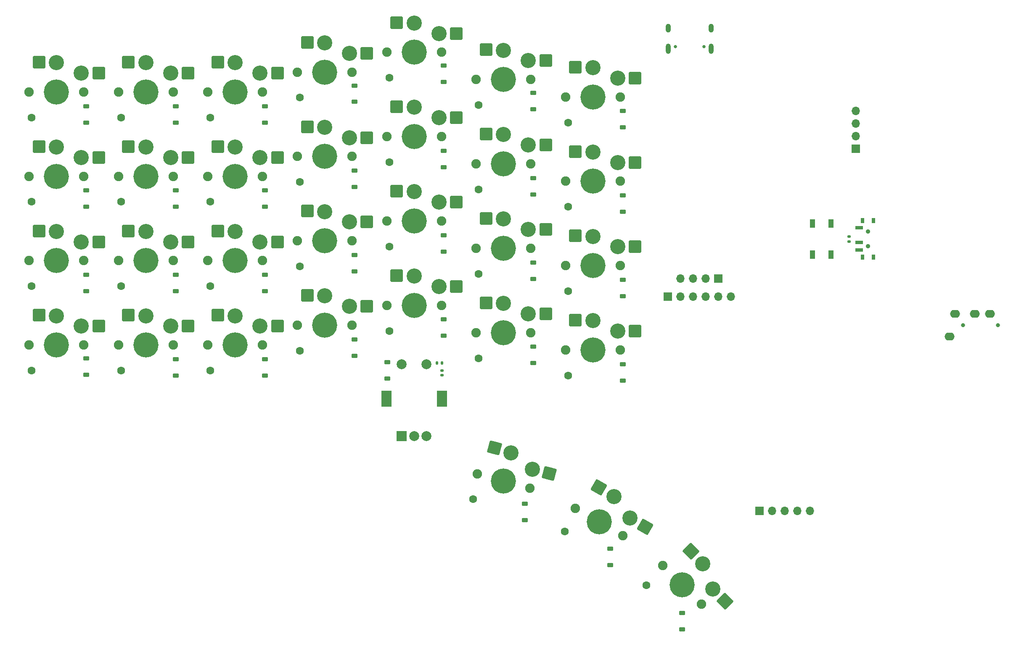
<source format=gbr>
%TF.GenerationSoftware,KiCad,Pcbnew,8.0.5*%
%TF.CreationDate,2024-10-02T17:20:21+02:00*%
%TF.ProjectId,vaucasy-pcb,76617563-6173-4792-9d70-63622e6b6963,rev?*%
%TF.SameCoordinates,Original*%
%TF.FileFunction,Soldermask,Bot*%
%TF.FilePolarity,Negative*%
%FSLAX46Y46*%
G04 Gerber Fmt 4.6, Leading zero omitted, Abs format (unit mm)*
G04 Created by KiCad (PCBNEW 8.0.5) date 2024-10-02 17:20:21*
%MOMM*%
%LPD*%
G01*
G04 APERTURE LIST*
G04 Aperture macros list*
%AMRoundRect*
0 Rectangle with rounded corners*
0 $1 Rounding radius*
0 $2 $3 $4 $5 $6 $7 $8 $9 X,Y pos of 4 corners*
0 Add a 4 corners polygon primitive as box body*
4,1,4,$2,$3,$4,$5,$6,$7,$8,$9,$2,$3,0*
0 Add four circle primitives for the rounded corners*
1,1,$1+$1,$2,$3*
1,1,$1+$1,$4,$5*
1,1,$1+$1,$6,$7*
1,1,$1+$1,$8,$9*
0 Add four rect primitives between the rounded corners*
20,1,$1+$1,$2,$3,$4,$5,0*
20,1,$1+$1,$4,$5,$6,$7,0*
20,1,$1+$1,$6,$7,$8,$9,0*
20,1,$1+$1,$8,$9,$2,$3,0*%
G04 Aperture macros list end*
%ADD10C,2.000000*%
%ADD11R,2.000000X3.200000*%
%ADD12R,2.000000X2.000000*%
%ADD13O,1.700000X1.700000*%
%ADD14R,1.700000X1.700000*%
%ADD15RoundRect,0.250000X-1.025000X-1.000000X1.025000X-1.000000X1.025000X1.000000X-1.025000X1.000000X0*%
%ADD16C,1.900000*%
%ADD17C,3.050000*%
%ADD18C,5.050000*%
%ADD19C,1.600000*%
%ADD20RoundRect,0.250000X-1.431891X0.017678X0.017678X-1.431891X1.431891X-0.017678X-0.017678X1.431891X0*%
%ADD21RoundRect,0.250000X-1.248893X-0.700636X0.731255X-1.231215X1.248893X0.700636X-0.731255X1.231215X0*%
%ADD22O,1.000000X1.800000*%
%ADD23O,1.000000X2.100000*%
%ADD24C,0.650000*%
%ADD25RoundRect,0.250000X-1.387676X-0.353525X0.387676X-1.378525X1.387676X0.353525X-0.387676X1.378525X0*%
%ADD26RoundRect,0.225000X0.375000X-0.225000X0.375000X0.225000X-0.375000X0.225000X-0.375000X-0.225000X0*%
%ADD27R,1.000000X1.700000*%
%ADD28R,1.500000X0.700000*%
%ADD29R,0.800000X1.000000*%
%ADD30C,0.900000*%
%ADD31RoundRect,0.135000X0.135000X0.185000X-0.135000X0.185000X-0.135000X-0.185000X0.135000X-0.185000X0*%
%ADD32RoundRect,0.135000X0.185000X-0.135000X0.185000X0.135000X-0.185000X0.135000X-0.185000X-0.135000X0*%
%ADD33O,2.000000X1.600000*%
%ADD34C,0.800000*%
%ADD35RoundRect,0.140000X-0.170000X0.140000X-0.170000X-0.140000X0.170000X-0.140000X0.170000X0.140000X0*%
G04 APERTURE END LIST*
D10*
%TO.C,SW3*%
X105015000Y-102200000D03*
X110015000Y-102200000D03*
D11*
X113115000Y-109200000D03*
X101915000Y-109200000D03*
D10*
X107515000Y-116700000D03*
X110015000Y-116700000D03*
D12*
X105015000Y-116700000D03*
%TD*%
D13*
%TO.C,J5*%
X171300000Y-88575000D03*
X168760000Y-88575000D03*
X166220000Y-88575000D03*
X163680000Y-88575000D03*
X161140000Y-88575000D03*
D14*
X158600000Y-88575000D03*
%TD*%
%TO.C,J4*%
X177055000Y-131800000D03*
D13*
X179595000Y-131800000D03*
X182135000Y-131800000D03*
X184675000Y-131800000D03*
X187215000Y-131800000D03*
%TD*%
D15*
%TO.C,S5*%
X116000000Y-35550000D03*
X104000000Y-33350000D03*
D16*
X113000000Y-39350000D03*
D17*
X112500000Y-35550000D03*
D18*
X107500000Y-39350000D03*
D17*
X107500000Y-33450000D03*
D19*
X102500000Y-44500000D03*
D16*
X102000000Y-39350000D03*
%TD*%
D15*
%TO.C,S27*%
X134000000Y-75050000D03*
X122000000Y-72850000D03*
D16*
X131000000Y-78850000D03*
D17*
X130500000Y-75050000D03*
D18*
X125500000Y-78850000D03*
D17*
X125500000Y-72950000D03*
D19*
X120500000Y-84000000D03*
D16*
X120000000Y-78850000D03*
%TD*%
D15*
%TO.C,S3*%
X80000000Y-43550000D03*
X68000000Y-41350000D03*
D16*
X77000000Y-47350000D03*
D17*
X76500000Y-43550000D03*
D18*
X71500000Y-47350000D03*
D17*
X71500000Y-41450000D03*
D19*
X66500000Y-52500000D03*
D16*
X66000000Y-47350000D03*
%TD*%
D15*
%TO.C,S19*%
X62000000Y-77550000D03*
X50000000Y-75350000D03*
D16*
X59000000Y-81350000D03*
D17*
X58500000Y-77550000D03*
D18*
X53500000Y-81350000D03*
D17*
X53500000Y-75450000D03*
D19*
X48500000Y-86500000D03*
D16*
X48000000Y-81350000D03*
%TD*%
D15*
%TO.C,S28*%
X134000000Y-92050000D03*
X122000000Y-89850000D03*
D16*
X131000000Y-95850000D03*
D17*
X130500000Y-92050000D03*
D18*
X125500000Y-95850000D03*
D17*
X125500000Y-89950000D03*
D19*
X120500000Y-101000000D03*
D16*
X120000000Y-95850000D03*
%TD*%
D15*
%TO.C,S7*%
X152000000Y-44550000D03*
X140000000Y-42350000D03*
D16*
X149000000Y-48350000D03*
D17*
X148500000Y-44550000D03*
D18*
X143500000Y-48350000D03*
D17*
X143500000Y-42450000D03*
D19*
X138500000Y-53500000D03*
D16*
X138000000Y-48350000D03*
%TD*%
D15*
%TO.C,S30*%
X152000000Y-95550000D03*
X140000000Y-93350000D03*
D16*
X149000000Y-99350000D03*
D17*
X148500000Y-95550000D03*
D18*
X143500000Y-99350000D03*
D17*
X143500000Y-93450000D03*
D19*
X138500000Y-104500000D03*
D16*
X138000000Y-99350000D03*
%TD*%
D15*
%TO.C,S14*%
X134000000Y-58050000D03*
X122000000Y-55850000D03*
D16*
X131000000Y-61850000D03*
D17*
X130500000Y-58050000D03*
D18*
X125500000Y-61850000D03*
D17*
X125500000Y-55950000D03*
D19*
X120500000Y-67000000D03*
D16*
X120000000Y-61850000D03*
%TD*%
D15*
%TO.C,S6*%
X134000000Y-41050000D03*
X122000000Y-38850000D03*
D16*
X131000000Y-44850000D03*
D17*
X130500000Y-41050000D03*
D18*
X125500000Y-44850000D03*
D17*
X125500000Y-38950000D03*
D19*
X120500000Y-50000000D03*
D16*
X120000000Y-44850000D03*
%TD*%
D14*
%TO.C,J2*%
X168730000Y-84950000D03*
D13*
X166190000Y-84950000D03*
X163650000Y-84950000D03*
X161110000Y-84950000D03*
%TD*%
D15*
%TO.C,S15*%
X152000000Y-61550000D03*
X140000000Y-59350000D03*
D16*
X149000000Y-65350000D03*
D17*
X148500000Y-61550000D03*
D18*
X143500000Y-65350000D03*
D17*
X143500000Y-59450000D03*
D19*
X138500000Y-70500000D03*
D16*
X138000000Y-65350000D03*
%TD*%
D15*
%TO.C,S29*%
X152000000Y-78550000D03*
X140000000Y-76350000D03*
D16*
X149000000Y-82350000D03*
D17*
X148500000Y-78550000D03*
D18*
X143500000Y-82350000D03*
D17*
X143500000Y-76450000D03*
D19*
X138500000Y-87500000D03*
D16*
X138000000Y-82350000D03*
%TD*%
D15*
%TO.C,S22*%
X80000000Y-94550000D03*
X68000000Y-92350000D03*
D16*
X77000000Y-98350000D03*
D17*
X76500000Y-94550000D03*
D18*
X71500000Y-98350000D03*
D17*
X71500000Y-92450000D03*
D19*
X66500000Y-103500000D03*
D16*
X66000000Y-98350000D03*
%TD*%
D15*
%TO.C,S26*%
X116000000Y-86550000D03*
X104000000Y-84350000D03*
D16*
X113000000Y-90350000D03*
D17*
X112500000Y-86550000D03*
D18*
X107500000Y-90350000D03*
D17*
X107500000Y-84450000D03*
D19*
X102500000Y-95500000D03*
D16*
X102000000Y-90350000D03*
%TD*%
D15*
%TO.C,S23*%
X98000000Y-73550000D03*
X86000000Y-71350000D03*
D16*
X95000000Y-77350000D03*
D17*
X94500000Y-73550000D03*
D18*
X89500000Y-77350000D03*
D17*
X89500000Y-71450000D03*
D19*
X84500000Y-82500000D03*
D16*
X84000000Y-77350000D03*
%TD*%
D15*
%TO.C,S1*%
X44000000Y-43550000D03*
X32000000Y-41350000D03*
D16*
X41000000Y-47350000D03*
D17*
X40500000Y-43550000D03*
D18*
X35500000Y-47350000D03*
D17*
X35500000Y-41450000D03*
D19*
X30500000Y-52500000D03*
D16*
X30000000Y-47350000D03*
%TD*%
D15*
%TO.C,S13*%
X116000000Y-52550000D03*
X104000000Y-50350000D03*
D16*
X113000000Y-56350000D03*
D17*
X112500000Y-52550000D03*
D18*
X107500000Y-56350000D03*
D17*
X107500000Y-50450000D03*
D19*
X102500000Y-61500000D03*
D16*
X102000000Y-56350000D03*
%TD*%
D15*
%TO.C,S9*%
X44000000Y-60550000D03*
X32000000Y-58350000D03*
D16*
X41000000Y-64350000D03*
D17*
X40500000Y-60550000D03*
D18*
X35500000Y-64350000D03*
D17*
X35500000Y-58450000D03*
D19*
X30500000Y-69500000D03*
D16*
X30000000Y-64350000D03*
%TD*%
D15*
%TO.C,S4*%
X98000000Y-39550000D03*
X86000000Y-37350000D03*
D16*
X95000000Y-43350000D03*
D17*
X94500000Y-39550000D03*
D18*
X89500000Y-43350000D03*
D17*
X89500000Y-37450000D03*
D19*
X84500000Y-48500000D03*
D16*
X84000000Y-43350000D03*
%TD*%
D15*
%TO.C,S10*%
X62000000Y-60550000D03*
X50000000Y-58350000D03*
D16*
X59000000Y-64350000D03*
D17*
X58500000Y-60550000D03*
D18*
X53500000Y-64350000D03*
D17*
X53500000Y-58450000D03*
D19*
X48500000Y-69500000D03*
D16*
X48000000Y-64350000D03*
%TD*%
D15*
%TO.C,S11*%
X80000000Y-60550000D03*
X68000000Y-58350000D03*
D16*
X77000000Y-64350000D03*
D17*
X76500000Y-60550000D03*
D18*
X71500000Y-64350000D03*
D17*
X71500000Y-58450000D03*
D19*
X66500000Y-69500000D03*
D16*
X66000000Y-64350000D03*
%TD*%
D15*
%TO.C,S17*%
X44000000Y-77550000D03*
X32000000Y-75350000D03*
D16*
X41000000Y-81350000D03*
D17*
X40500000Y-77550000D03*
D18*
X35500000Y-81350000D03*
D17*
X35500000Y-75450000D03*
D19*
X30500000Y-86500000D03*
D16*
X30000000Y-81350000D03*
%TD*%
D15*
%TO.C,S24*%
X98000000Y-90550000D03*
X86000000Y-88350000D03*
D16*
X95000000Y-94350000D03*
D17*
X94500000Y-90550000D03*
D18*
X89500000Y-94350000D03*
D17*
X89500000Y-88450000D03*
D19*
X84500000Y-99500000D03*
D16*
X84000000Y-94350000D03*
%TD*%
D20*
%TO.C,S31*%
X170137688Y-149967335D03*
X163208041Y-139926420D03*
D16*
X165329362Y-150533021D03*
D17*
X167662814Y-147492462D03*
D18*
X161440274Y-146643934D03*
D17*
X165612204Y-142472004D03*
D19*
X154263140Y-146750000D03*
D16*
X157551186Y-142754847D03*
%TD*%
D15*
%TO.C,S2*%
X62000000Y-43550000D03*
X50000000Y-41350000D03*
D16*
X59000000Y-47350000D03*
D17*
X58500000Y-43550000D03*
D18*
X53500000Y-47350000D03*
D17*
X53500000Y-41450000D03*
D19*
X48500000Y-52500000D03*
D16*
X48000000Y-47350000D03*
%TD*%
D15*
%TO.C,S20*%
X62000000Y-94550000D03*
X50000000Y-92350000D03*
D16*
X59000000Y-98350000D03*
D17*
X58500000Y-94550000D03*
D18*
X53500000Y-98350000D03*
D17*
X53500000Y-92450000D03*
D19*
X48500000Y-103500000D03*
D16*
X48000000Y-98350000D03*
%TD*%
D21*
%TO.C,S8*%
X134707022Y-124279444D03*
X123685314Y-119048579D03*
D16*
X130825732Y-127173505D03*
D17*
X131326282Y-123373577D03*
D18*
X125513140Y-125750000D03*
D17*
X127040172Y-120051038D03*
D19*
X119350593Y-129430423D03*
D16*
X120200548Y-124326495D03*
%TD*%
D22*
%TO.C,J1*%
X158680000Y-34500000D03*
D23*
X158680000Y-38680000D03*
D22*
X167320000Y-34500000D03*
D23*
X167320000Y-38680000D03*
D24*
X160110000Y-38180000D03*
X165890000Y-38180000D03*
%TD*%
D15*
%TO.C,S25*%
X116000000Y-69550000D03*
X104000000Y-67350000D03*
D16*
X113000000Y-73350000D03*
D17*
X112500000Y-69550000D03*
D18*
X107500000Y-73350000D03*
D17*
X107500000Y-67450000D03*
D19*
X102500000Y-78500000D03*
D16*
X102000000Y-73350000D03*
%TD*%
D15*
%TO.C,S12*%
X98000000Y-56550000D03*
X86000000Y-54350000D03*
D16*
X95000000Y-60350000D03*
D17*
X94500000Y-56550000D03*
D18*
X89500000Y-60350000D03*
D17*
X89500000Y-54450000D03*
D19*
X84500000Y-65500000D03*
D16*
X84000000Y-60350000D03*
%TD*%
D15*
%TO.C,S21*%
X80000000Y-77550000D03*
X68000000Y-75350000D03*
D16*
X77000000Y-81350000D03*
D17*
X76500000Y-77550000D03*
D18*
X71500000Y-81350000D03*
D17*
X71500000Y-75450000D03*
D19*
X66500000Y-86500000D03*
D16*
X66000000Y-81350000D03*
%TD*%
D25*
%TO.C,S16*%
X154024356Y-134959103D03*
X144732051Y-127053848D03*
D16*
X149526280Y-136750000D03*
D17*
X150993268Y-133209104D03*
D18*
X144763140Y-134000000D03*
D17*
X147713140Y-128890450D03*
D19*
X137858013Y-135960031D03*
D16*
X140000000Y-131250000D03*
%TD*%
D15*
%TO.C,S18*%
X44000000Y-94550000D03*
X32000000Y-92350000D03*
D16*
X41000000Y-98350000D03*
D17*
X40500000Y-94550000D03*
D18*
X35500000Y-98350000D03*
D17*
X35500000Y-92450000D03*
D19*
X30500000Y-103500000D03*
D16*
X30000000Y-98350000D03*
%TD*%
D26*
%TO.C,D19*%
X59500000Y-87500000D03*
X59500000Y-84200000D03*
%TD*%
D27*
%TO.C,SW2*%
X187675000Y-73820000D03*
X187675000Y-80120000D03*
X191475000Y-73820000D03*
X191475000Y-80120000D03*
%TD*%
D26*
%TO.C,D9*%
X41500000Y-70500000D03*
X41500000Y-67200000D03*
%TD*%
%TO.C,D15*%
X149500000Y-71500000D03*
X149500000Y-68200000D03*
%TD*%
%TO.C,D8*%
X129825000Y-133650000D03*
X129825000Y-130350000D03*
%TD*%
%TO.C,D17*%
X41500000Y-87500000D03*
X41500000Y-84200000D03*
%TD*%
%TO.C,D18*%
X41500000Y-104350000D03*
X41500000Y-101050000D03*
%TD*%
%TO.C,D14*%
X131500000Y-68000000D03*
X131500000Y-64700000D03*
%TD*%
%TO.C,D12*%
X95500000Y-66500000D03*
X95500000Y-63200000D03*
%TD*%
%TO.C,D24*%
X95500000Y-100500000D03*
X95500000Y-97200000D03*
%TD*%
%TO.C,D26*%
X113500000Y-96500000D03*
X113500000Y-93200000D03*
%TD*%
%TO.C,D13*%
X113500000Y-62500000D03*
X113500000Y-59200000D03*
%TD*%
%TO.C,D6*%
X131500000Y-50850000D03*
X131500000Y-47550000D03*
%TD*%
D28*
%TO.C,SW1*%
X197145000Y-79200000D03*
X197145000Y-77700000D03*
X197145000Y-74700000D03*
D29*
X197795000Y-80600000D03*
X200005000Y-80600000D03*
D30*
X198905000Y-78450000D03*
X198905000Y-75450000D03*
D29*
X197795000Y-73300000D03*
X200005000Y-73300000D03*
%TD*%
D31*
%TO.C,R6*%
X113135000Y-101950000D03*
X112115000Y-101950000D03*
%TD*%
D26*
%TO.C,D22*%
X77500000Y-104500000D03*
X77500000Y-101200000D03*
%TD*%
%TO.C,D30*%
X149500000Y-105500000D03*
X149500000Y-102200000D03*
%TD*%
%TO.C,D2*%
X59500000Y-53500000D03*
X59500000Y-50200000D03*
%TD*%
D32*
%TO.C,R1*%
X195075000Y-77470000D03*
X195075000Y-76450000D03*
%TD*%
D26*
%TO.C,D16*%
X147025000Y-142675000D03*
X147025000Y-139375000D03*
%TD*%
%TO.C,D7*%
X149500000Y-54500000D03*
X149500000Y-51200000D03*
%TD*%
%TO.C,D29*%
X149500000Y-88500000D03*
X149500000Y-85200000D03*
%TD*%
%TO.C,D25*%
X113500000Y-79500000D03*
X113500000Y-76200000D03*
%TD*%
%TO.C,D33*%
X102115000Y-105100000D03*
X102115000Y-101800000D03*
%TD*%
%TO.C,D11*%
X77500000Y-70500000D03*
X77500000Y-67200000D03*
%TD*%
%TO.C,D27*%
X131500000Y-85000000D03*
X131500000Y-81700000D03*
%TD*%
%TO.C,D5*%
X113500000Y-45350000D03*
X113500000Y-42050000D03*
%TD*%
%TO.C,D3*%
X77500000Y-53500000D03*
X77500000Y-50200000D03*
%TD*%
%TO.C,D20*%
X59500000Y-104500000D03*
X59500000Y-101200000D03*
%TD*%
%TO.C,D23*%
X95500000Y-83500000D03*
X95500000Y-80200000D03*
%TD*%
%TO.C,D31*%
X161500000Y-155650000D03*
X161500000Y-152350000D03*
%TD*%
D33*
%TO.C,U4*%
X223437500Y-92075000D03*
X220437500Y-92075000D03*
X216437500Y-92075000D03*
X215337500Y-96675000D03*
D34*
X225037500Y-94375000D03*
X218037500Y-94375000D03*
%TD*%
D26*
%TO.C,D21*%
X77500000Y-87500000D03*
X77500000Y-84200000D03*
%TD*%
%TO.C,D1*%
X41500000Y-53500000D03*
X41500000Y-50200000D03*
%TD*%
D35*
%TO.C,C16*%
X113115000Y-103470000D03*
X113115000Y-104430000D03*
%TD*%
D26*
%TO.C,D28*%
X131500000Y-102000000D03*
X131500000Y-98700000D03*
%TD*%
%TO.C,D10*%
X59500000Y-70500000D03*
X59500000Y-67200000D03*
%TD*%
%TO.C,D4*%
X95500000Y-49350000D03*
X95500000Y-46050000D03*
%TD*%
D14*
%TO.C,J6*%
X196400000Y-58775000D03*
D13*
X196400000Y-56235000D03*
X196400000Y-53695000D03*
X196400000Y-51155000D03*
%TD*%
M02*

</source>
